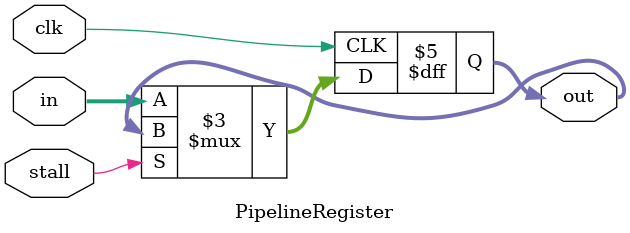
<source format=sv>
module PipelineRegister(input logic clk, stall, input logic [31:0] in, 
						output logic [31:0] out);
	always_ff @(posedge clk) begin
		if (~stall) out <= in;
	end
endmodule

</source>
